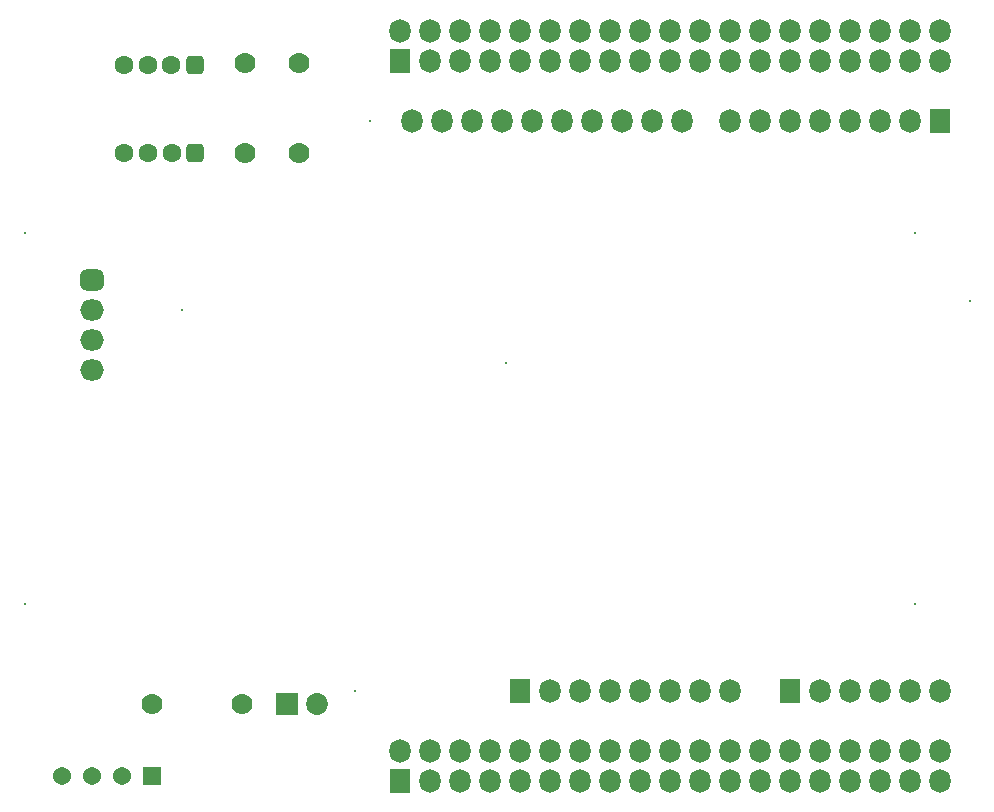
<source format=gbs>
G04*
G04 #@! TF.GenerationSoftware,Altium Limited,Altium Designer,23.3.1 (30)*
G04*
G04 Layer_Color=16711935*
%FSLAX44Y44*%
%MOMM*%
G71*
G04*
G04 #@! TF.SameCoordinates,789F5575-398E-4CD6-B036-2A59C815F105*
G04*
G04*
G04 #@! TF.FilePolarity,Negative*
G04*
G01*
G75*
%ADD15C,0.2032*%
%ADD16R,1.8032X2.0032*%
%ADD17O,1.8032X2.0032*%
%ADD18O,2.0032X1.8032*%
G04:AMPARAMS|DCode=19|XSize=1.8032mm|YSize=2.0032mm|CornerRadius=0.5016mm|HoleSize=0mm|Usage=FLASHONLY|Rotation=270.000|XOffset=0mm|YOffset=0mm|HoleType=Round|Shape=RoundedRectangle|*
%AMROUNDEDRECTD19*
21,1,1.8032,1.0000,0,0,270.0*
21,1,0.8000,2.0032,0,0,270.0*
1,1,1.0032,-0.5000,-0.4000*
1,1,1.0032,-0.5000,0.4000*
1,1,1.0032,0.5000,0.4000*
1,1,1.0032,0.5000,-0.4000*
%
%ADD19ROUNDEDRECTD19*%
%ADD20C,1.7780*%
%ADD21R,1.8542X1.8542*%
%ADD22C,1.8542*%
G04:AMPARAMS|DCode=23|XSize=1.6032mm|YSize=1.6032mm|CornerRadius=0.4516mm|HoleSize=0mm|Usage=FLASHONLY|Rotation=180.000|XOffset=0mm|YOffset=0mm|HoleType=Round|Shape=RoundedRectangle|*
%AMROUNDEDRECTD23*
21,1,1.6032,0.7000,0,0,180.0*
21,1,0.7000,1.6032,0,0,180.0*
1,1,0.9032,-0.3500,0.3500*
1,1,0.9032,0.3500,0.3500*
1,1,0.9032,0.3500,-0.3500*
1,1,0.9032,-0.3500,-0.3500*
%
%ADD23ROUNDEDRECTD23*%
%ADD24C,1.6032*%
%ADD25C,1.5402*%
%ADD26R,1.5402X1.5402*%
D15*
X958930Y915150D02*
D03*
X1466930Y762750D02*
D03*
X946230Y432550D02*
D03*
X1074540Y710170D02*
D03*
X800140Y754770D02*
D03*
X666940Y506170D02*
D03*
X1420940D02*
D03*
X666940Y820170D02*
D03*
X1420940D02*
D03*
D16*
X1441530Y915150D02*
D03*
X1085930Y432550D02*
D03*
X1314530D02*
D03*
X984330Y356350D02*
D03*
Y965950D02*
D03*
D17*
X1416130Y915150D02*
D03*
X1390730D02*
D03*
X1365330D02*
D03*
X1339930D02*
D03*
X1314530D02*
D03*
X1289130D02*
D03*
X1263730D02*
D03*
X1111330Y432550D02*
D03*
X1136730D02*
D03*
X1162130D02*
D03*
X1187530D02*
D03*
X1212930D02*
D03*
X1238330D02*
D03*
X1263730D02*
D03*
X1441530D02*
D03*
X1416130D02*
D03*
X1390730D02*
D03*
X1365330D02*
D03*
X1339930D02*
D03*
X1441530Y381750D02*
D03*
Y356350D02*
D03*
X1416130Y381750D02*
D03*
Y356350D02*
D03*
X1390730Y381750D02*
D03*
Y356350D02*
D03*
X1365330Y381750D02*
D03*
Y356350D02*
D03*
X1339930Y381750D02*
D03*
Y356350D02*
D03*
X1314530Y381750D02*
D03*
Y356350D02*
D03*
X1289130Y381750D02*
D03*
Y356350D02*
D03*
X1263730Y381750D02*
D03*
Y356350D02*
D03*
X1238330Y381750D02*
D03*
Y356350D02*
D03*
X1212930Y381750D02*
D03*
Y356350D02*
D03*
X1187530Y381750D02*
D03*
Y356350D02*
D03*
X1162130Y381750D02*
D03*
Y356350D02*
D03*
X1136730Y381750D02*
D03*
Y356350D02*
D03*
X1111330Y381750D02*
D03*
Y356350D02*
D03*
X1085930Y381750D02*
D03*
Y356350D02*
D03*
X1060530Y381750D02*
D03*
Y356350D02*
D03*
X1035130Y381750D02*
D03*
Y356350D02*
D03*
X1009730Y381750D02*
D03*
Y356350D02*
D03*
X984330Y381750D02*
D03*
X1441530Y991350D02*
D03*
Y965950D02*
D03*
X1416130Y991350D02*
D03*
Y965950D02*
D03*
X1390730Y991350D02*
D03*
Y965950D02*
D03*
X1365330Y991350D02*
D03*
Y965950D02*
D03*
X1339930Y991350D02*
D03*
Y965950D02*
D03*
X1314530Y991350D02*
D03*
Y965950D02*
D03*
X1289130Y991350D02*
D03*
Y965950D02*
D03*
X1263730Y991350D02*
D03*
Y965950D02*
D03*
X1238330Y991350D02*
D03*
Y965950D02*
D03*
X1212930Y991350D02*
D03*
Y965950D02*
D03*
X1187530Y991350D02*
D03*
Y965950D02*
D03*
X1162130Y991350D02*
D03*
Y965950D02*
D03*
X1136730Y991350D02*
D03*
Y965950D02*
D03*
X1111330Y991350D02*
D03*
Y965950D02*
D03*
X1085930Y991350D02*
D03*
Y965950D02*
D03*
X1060530Y991350D02*
D03*
Y965950D02*
D03*
X1035130Y991350D02*
D03*
Y965950D02*
D03*
X1009730Y991350D02*
D03*
Y965950D02*
D03*
X984330Y991350D02*
D03*
X1223130Y915150D02*
D03*
X1197730D02*
D03*
X1172330D02*
D03*
X1146930D02*
D03*
X1121530D02*
D03*
X1096130D02*
D03*
X1070730D02*
D03*
X1045330D02*
D03*
X1019930D02*
D03*
X994530D02*
D03*
D18*
X723940Y703970D02*
D03*
Y729370D02*
D03*
Y754770D02*
D03*
D19*
Y780170D02*
D03*
D20*
X850900Y421640D02*
D03*
X774700D02*
D03*
X853440Y963930D02*
D03*
Y887730D02*
D03*
X899160Y963930D02*
D03*
Y887730D02*
D03*
D21*
X889000Y421640D02*
D03*
D22*
X914400D02*
D03*
D23*
X810890Y962660D02*
D03*
X811210Y887730D02*
D03*
D24*
X790890Y962660D02*
D03*
X770890D02*
D03*
X750890D02*
D03*
X791210Y887730D02*
D03*
X771210D02*
D03*
X751210D02*
D03*
D25*
X698500Y360680D02*
D03*
X723900D02*
D03*
X749300D02*
D03*
D26*
X774700D02*
D03*
M02*

</source>
